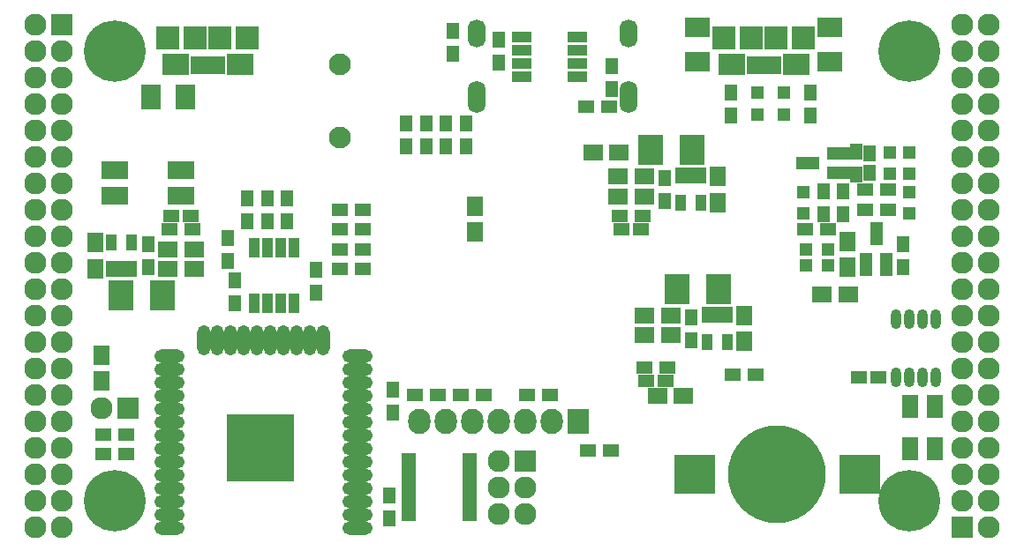
<source format=gbs>
G04 #@! TF.FileFunction,Soldermask,Bot*
%FSLAX46Y46*%
G04 Gerber Fmt 4.6, Leading zero omitted, Abs format (unit mm)*
G04 Created by KiCad (PCBNEW 4.0.5+dfsg1-4) date Tue May 23 22:35:55 2017*
%MOMM*%
%LPD*%
G01*
G04 APERTURE LIST*
%ADD10C,0.100000*%
%ADD11R,3.900000X3.700000*%
%ADD12C,9.400000*%
%ADD13R,2.432000X1.924000*%
%ADD14R,2.400000X2.900000*%
%ADD15R,1.100000X1.600000*%
%ADD16R,1.650000X1.900000*%
%ADD17R,1.900000X1.650000*%
%ADD18R,1.924000X2.432000*%
%ADD19O,1.009600X1.873200*%
%ADD20R,1.200000X1.300000*%
%ADD21R,1.300000X1.200000*%
%ADD22C,2.100000*%
%ADD23R,1.200000X2.300000*%
%ADD24R,2.300000X1.200000*%
%ADD25R,1.600000X1.150000*%
%ADD26R,1.150000X1.600000*%
%ADD27R,1.600000X1.300000*%
%ADD28R,1.300000X1.600000*%
%ADD29O,1.700000X3.100000*%
%ADD30O,1.700000X2.700000*%
%ADD31R,1.000000X1.950000*%
%ADD32R,1.950000X1.000000*%
%ADD33O,2.900000X1.300000*%
%ADD34O,1.300000X2.900000*%
%ADD35R,6.400000X6.400000*%
%ADD36R,2.127200X2.127200*%
%ADD37O,2.127200X2.127200*%
%ADD38C,5.900000*%
%ADD39R,1.400000X0.800000*%
%ADD40R,1.600000X2.200000*%
%ADD41R,2.600000X1.800000*%
%ADD42R,2.127200X2.432000*%
%ADD43O,2.127200X2.432000*%
%ADD44R,2.500000X2.000000*%
%ADD45R,2.300000X2.300000*%
%ADD46R,0.800000X1.750000*%
%ADD47R,2.200000X2.300000*%
G04 APERTURE END LIST*
D10*
D11*
X174390000Y-105870000D03*
X158590000Y-105870000D03*
D12*
X166490000Y-105870000D03*
D13*
X171570000Y-62944000D03*
X171570000Y-66246000D03*
D14*
X160870000Y-88090000D03*
X156870000Y-88090000D03*
D15*
X159825000Y-90600000D03*
X160775000Y-90600000D03*
X161725000Y-90600000D03*
X161725000Y-93200000D03*
X159825000Y-93200000D03*
D14*
X158330000Y-74755000D03*
X154330000Y-74755000D03*
D15*
X157285000Y-77235000D03*
X158235000Y-77235000D03*
X159185000Y-77235000D03*
X159185000Y-79835000D03*
X157285000Y-79835000D03*
D14*
X103530000Y-88725000D03*
X107530000Y-88725000D03*
D15*
X104575000Y-86215000D03*
X103625000Y-86215000D03*
X102675000Y-86215000D03*
X102675000Y-83615000D03*
X104575000Y-83615000D03*
D16*
X101085000Y-83665000D03*
X101085000Y-86165000D03*
D17*
X153810000Y-90630000D03*
X156310000Y-90630000D03*
X153810000Y-92535000D03*
X156310000Y-92535000D03*
D16*
X163315000Y-93150000D03*
X163315000Y-90650000D03*
D17*
X151270000Y-79200000D03*
X153770000Y-79200000D03*
X151270000Y-77295000D03*
X153770000Y-77295000D03*
D16*
X160775000Y-79815000D03*
X160775000Y-77315000D03*
D17*
X110590000Y-84280000D03*
X108090000Y-84280000D03*
X110590000Y-86185000D03*
X108090000Y-86185000D03*
D18*
X106419000Y-69675000D03*
X109721000Y-69675000D03*
D13*
X158870000Y-66246000D03*
X158870000Y-62944000D03*
D19*
X181730000Y-96599000D03*
X180460000Y-96599000D03*
X179190000Y-96599000D03*
X177920000Y-96599000D03*
X177920000Y-91011000D03*
X179190000Y-91011000D03*
X180460000Y-91011000D03*
X181730000Y-91011000D03*
D16*
X173221000Y-86038000D03*
X173221000Y-83538000D03*
D20*
X169250000Y-84280000D03*
X171350000Y-84280000D03*
D21*
X179190000Y-80885000D03*
X179190000Y-78785000D03*
X177285000Y-74975000D03*
X177285000Y-77075000D03*
X169030000Y-80885000D03*
X169030000Y-78785000D03*
D22*
X124580000Y-66540000D03*
X124580000Y-73540000D03*
D23*
X176965000Y-85780000D03*
X175065000Y-85780000D03*
X176015000Y-82780000D03*
D24*
X172435000Y-75075000D03*
X172435000Y-76975000D03*
X169435000Y-76025000D03*
D25*
X153910000Y-96910000D03*
X155810000Y-96910000D03*
X151570000Y-82375000D03*
X153470000Y-82375000D03*
X110290000Y-81105000D03*
X108390000Y-81105000D03*
D26*
X175380000Y-75075000D03*
X175380000Y-76975000D03*
D27*
X169200000Y-82375000D03*
X171400000Y-82375000D03*
D28*
X172840000Y-80935000D03*
X172840000Y-78735000D03*
D27*
X177115000Y-80470000D03*
X174915000Y-80470000D03*
D28*
X174110000Y-74925000D03*
X174110000Y-77125000D03*
X178555000Y-83815000D03*
X178555000Y-86015000D03*
X113785000Y-83180000D03*
X113785000Y-85380000D03*
X170935000Y-80935000D03*
X170935000Y-78735000D03*
X129280000Y-107900000D03*
X129280000Y-110100000D03*
D27*
X150572000Y-103584000D03*
X148372000Y-103584000D03*
X177115000Y-78565000D03*
X174915000Y-78565000D03*
X153760000Y-95640000D03*
X155960000Y-95640000D03*
X110440000Y-82375000D03*
X108240000Y-82375000D03*
X151420000Y-81105000D03*
X153620000Y-81105000D03*
D28*
X158235000Y-90800000D03*
X158235000Y-93000000D03*
X106165000Y-86015000D03*
X106165000Y-83815000D03*
X155695000Y-77465000D03*
X155695000Y-79665000D03*
D27*
X126782000Y-86185000D03*
X124582000Y-86185000D03*
X126782000Y-84279000D03*
X124582000Y-84279000D03*
X126782000Y-82375000D03*
X124582000Y-82375000D03*
X126782000Y-80470000D03*
X124582000Y-80470000D03*
D28*
X130930000Y-74417000D03*
X130930000Y-72217000D03*
X132835000Y-74417000D03*
X132835000Y-72217000D03*
X134740000Y-74417000D03*
X134740000Y-72217000D03*
X136645000Y-74417000D03*
X136645000Y-72217000D03*
D29*
X152280000Y-69650000D03*
X137680000Y-69650000D03*
D30*
X137680000Y-63600000D03*
X152280000Y-63600000D03*
D31*
X116325000Y-84120000D03*
X117595000Y-84120000D03*
X118865000Y-84120000D03*
X120135000Y-84120000D03*
X120135000Y-89520000D03*
X118865000Y-89520000D03*
X117595000Y-89520000D03*
X116325000Y-89520000D03*
D25*
X174330000Y-96600000D03*
X176230000Y-96600000D03*
D32*
X141980000Y-67705000D03*
X141980000Y-66435000D03*
X141980000Y-65165000D03*
X141980000Y-63895000D03*
X147380000Y-63895000D03*
X147380000Y-65165000D03*
X147380000Y-66435000D03*
X147380000Y-67705000D03*
D20*
X171350000Y-85804000D03*
X169250000Y-85804000D03*
D21*
X179190000Y-77075000D03*
X179190000Y-74975000D03*
D33*
X126260434Y-111030338D03*
X126260434Y-109760338D03*
X126260434Y-108490338D03*
X126260434Y-107220338D03*
X126260434Y-105950338D03*
X126260434Y-104680338D03*
X126260434Y-103410338D03*
X126260434Y-102140338D03*
X126260434Y-100870338D03*
X126260434Y-99600338D03*
X126260434Y-98330338D03*
X126260434Y-97060338D03*
X126260434Y-95790338D03*
X126260434Y-94520338D03*
D34*
X122975434Y-93030338D03*
X121705434Y-93030338D03*
X120435434Y-93030338D03*
X119165434Y-93030338D03*
X117895434Y-93030338D03*
X116625434Y-93030338D03*
X115355434Y-93030338D03*
X114085434Y-93030338D03*
X112815434Y-93030338D03*
X111545434Y-93030338D03*
D33*
X108260434Y-94520338D03*
X108260434Y-95790338D03*
X108260434Y-97060338D03*
X108260434Y-98330338D03*
X108260434Y-99600338D03*
X108260434Y-100870338D03*
X108260434Y-102140338D03*
X108260434Y-103410338D03*
X108260434Y-104680338D03*
X108260434Y-105950338D03*
X108260434Y-107220338D03*
X108260434Y-108490338D03*
X108260434Y-109760338D03*
X108260434Y-111030338D03*
D35*
X116960434Y-103330338D03*
D36*
X97910000Y-62690000D03*
D37*
X95370000Y-62690000D03*
X97910000Y-65230000D03*
X95370000Y-65230000D03*
X97910000Y-67770000D03*
X95370000Y-67770000D03*
X97910000Y-70310000D03*
X95370000Y-70310000D03*
X97910000Y-72850000D03*
X95370000Y-72850000D03*
X97910000Y-75390000D03*
X95370000Y-75390000D03*
X97910000Y-77930000D03*
X95370000Y-77930000D03*
X97910000Y-80470000D03*
X95370000Y-80470000D03*
X97910000Y-83010000D03*
X95370000Y-83010000D03*
X97910000Y-85550000D03*
X95370000Y-85550000D03*
X97910000Y-88090000D03*
X95370000Y-88090000D03*
X97910000Y-90630000D03*
X95370000Y-90630000D03*
X97910000Y-93170000D03*
X95370000Y-93170000D03*
X97910000Y-95710000D03*
X95370000Y-95710000D03*
X97910000Y-98250000D03*
X95370000Y-98250000D03*
X97910000Y-100790000D03*
X95370000Y-100790000D03*
X97910000Y-103330000D03*
X95370000Y-103330000D03*
X97910000Y-105870000D03*
X95370000Y-105870000D03*
X97910000Y-108410000D03*
X95370000Y-108410000D03*
X97910000Y-110950000D03*
X95370000Y-110950000D03*
D36*
X184270000Y-110950000D03*
D37*
X186810000Y-110950000D03*
X184270000Y-108410000D03*
X186810000Y-108410000D03*
X184270000Y-105870000D03*
X186810000Y-105870000D03*
X184270000Y-103330000D03*
X186810000Y-103330000D03*
X184270000Y-100790000D03*
X186810000Y-100790000D03*
X184270000Y-98250000D03*
X186810000Y-98250000D03*
X184270000Y-95710000D03*
X186810000Y-95710000D03*
X184270000Y-93170000D03*
X186810000Y-93170000D03*
X184270000Y-90630000D03*
X186810000Y-90630000D03*
X184270000Y-88090000D03*
X186810000Y-88090000D03*
X184270000Y-85550000D03*
X186810000Y-85550000D03*
X184270000Y-83010000D03*
X186810000Y-83010000D03*
X184270000Y-80470000D03*
X186810000Y-80470000D03*
X184270000Y-77930000D03*
X186810000Y-77930000D03*
X184270000Y-75390000D03*
X186810000Y-75390000D03*
X184270000Y-72850000D03*
X186810000Y-72850000D03*
X184270000Y-70310000D03*
X186810000Y-70310000D03*
X184270000Y-67770000D03*
X186810000Y-67770000D03*
X184270000Y-65230000D03*
X186810000Y-65230000D03*
X184270000Y-62690000D03*
X186810000Y-62690000D03*
D38*
X102990000Y-108410000D03*
X179190000Y-108410000D03*
X179190000Y-65230000D03*
X102990000Y-65230000D03*
D21*
X167125000Y-69260000D03*
X167125000Y-71360000D03*
X164585000Y-69260000D03*
X164585000Y-71360000D03*
D28*
X162045000Y-71410000D03*
X162045000Y-69210000D03*
X139820000Y-66330000D03*
X139820000Y-64130000D03*
X135375000Y-63300000D03*
X135375000Y-65500000D03*
X150615000Y-68870000D03*
X150615000Y-66670000D03*
D27*
X150380000Y-70600000D03*
X148180000Y-70600000D03*
D39*
X137005000Y-104215000D03*
X137005000Y-104865000D03*
X137005000Y-105515000D03*
X137005000Y-106165000D03*
X137005000Y-106815000D03*
X137005000Y-107465000D03*
X137005000Y-108115000D03*
X137005000Y-108765000D03*
X137005000Y-109415000D03*
X137005000Y-110065000D03*
X131205000Y-110065000D03*
X131205000Y-109415000D03*
X131205000Y-108765000D03*
X131205000Y-108115000D03*
X131205000Y-107465000D03*
X131205000Y-106815000D03*
X131205000Y-106165000D03*
X131205000Y-105515000D03*
X131205000Y-104865000D03*
X131205000Y-104215000D03*
D28*
X119500000Y-79370000D03*
X119500000Y-81570000D03*
X114480000Y-89500000D03*
X114480000Y-87300000D03*
X129660000Y-99985000D03*
X129660000Y-97785000D03*
X117595000Y-79370000D03*
X117595000Y-81570000D03*
X122280000Y-86300000D03*
X122280000Y-88500000D03*
X115690000Y-79370000D03*
X115690000Y-81570000D03*
D27*
X144730000Y-98250000D03*
X142530000Y-98250000D03*
X138380000Y-98250000D03*
X136180000Y-98250000D03*
X133935000Y-98250000D03*
X131735000Y-98250000D03*
X101890000Y-103965000D03*
X104090000Y-103965000D03*
D40*
X179260000Y-99425000D03*
X179260000Y-103425000D03*
X181660000Y-103425000D03*
X181660000Y-99425000D03*
D41*
X109315000Y-79180000D03*
X103015000Y-79180000D03*
X103015000Y-76680000D03*
X109315000Y-76680000D03*
D36*
X104260000Y-99520000D03*
D37*
X101720000Y-99520000D03*
D42*
X147440000Y-100790000D03*
D43*
X144900000Y-100790000D03*
X142360000Y-100790000D03*
X139820000Y-100790000D03*
X137280000Y-100790000D03*
X134740000Y-100790000D03*
X132200000Y-100790000D03*
D27*
X101890000Y-102060000D03*
X104090000Y-102060000D03*
D44*
X108780000Y-66510000D03*
X114980000Y-66510000D03*
D45*
X110680000Y-63960000D03*
X113080000Y-63960000D03*
D46*
X110580000Y-66635000D03*
X111230000Y-66635000D03*
X111880000Y-66635000D03*
X112530000Y-66635000D03*
X113180000Y-66635000D03*
D47*
X108080000Y-63960000D03*
X115680000Y-63960000D03*
D44*
X162120000Y-66510000D03*
X168320000Y-66510000D03*
D45*
X164020000Y-63960000D03*
X166420000Y-63960000D03*
D46*
X163920000Y-66635000D03*
X164570000Y-66635000D03*
X165220000Y-66635000D03*
X165870000Y-66635000D03*
X166520000Y-66635000D03*
D47*
X161420000Y-63960000D03*
X169020000Y-63960000D03*
D17*
X173330000Y-88600000D03*
X170830000Y-88600000D03*
D27*
X164415000Y-96345000D03*
X162215000Y-96345000D03*
D28*
X169665000Y-69210000D03*
X169665000Y-71410000D03*
D36*
X142360000Y-104600000D03*
D37*
X139820000Y-104600000D03*
X142360000Y-107140000D03*
X139820000Y-107140000D03*
X142360000Y-109680000D03*
X139820000Y-109680000D03*
D17*
X155030000Y-98400000D03*
X157530000Y-98400000D03*
D16*
X137480000Y-82650000D03*
X137480000Y-80150000D03*
D17*
X151330000Y-75000000D03*
X148830000Y-75000000D03*
D16*
X101720000Y-94460000D03*
X101720000Y-96960000D03*
M02*

</source>
